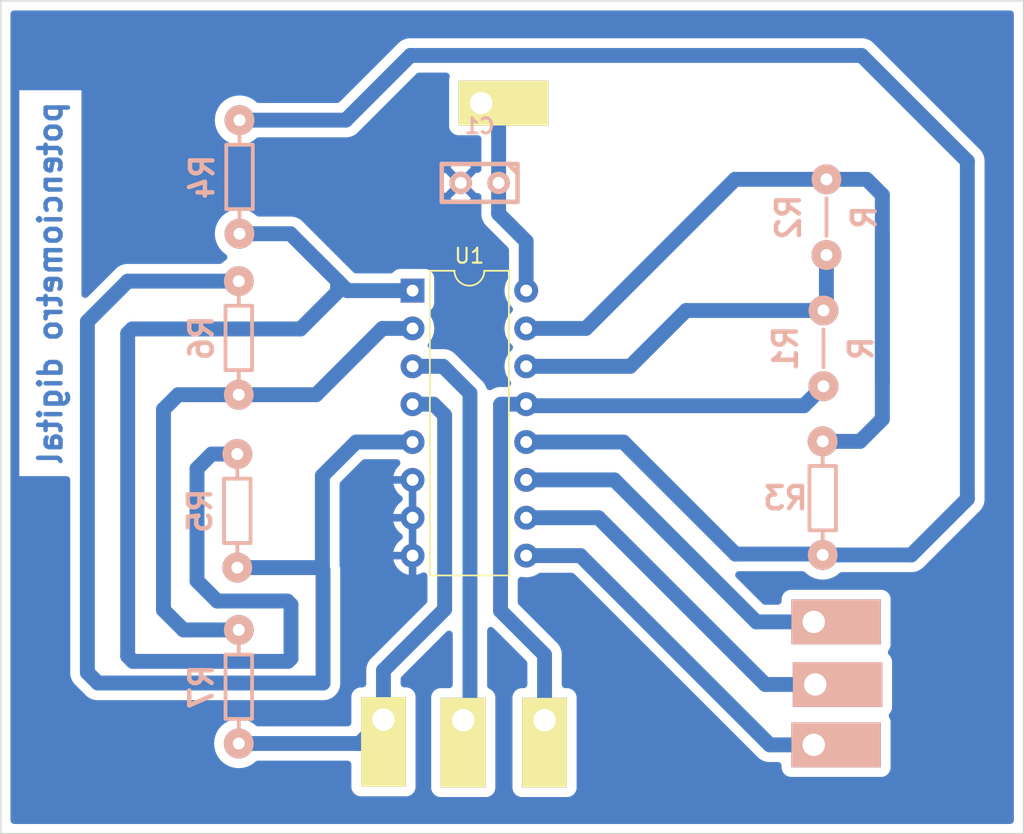
<source format=kicad_pcb>
(kicad_pcb (version 20211014) (generator pcbnew)
  (layers (0 "F.Cu" signal) (31 "B.Cu" signal) (34 "B.Paste" user) (35 "F.Paste" user) (36 "B.SilkS" user "B.Silkscreen") (37 "F.SilkS" user "F.Silkscreen") (38 "B.Mask" user) (39 "F.Mask" user) (44 "Edge.Cuts" user))
  (net 0 "")
  (net 1 "Net-(C1-Pad1)")
  (net 2 "GND")
  (net 3 "Net-(J1-Pad1)")
  (net 4 "Net-(J2-Pad1)")
  (net 5 "Net-(J3-Pad1)")
  (net 6 "Net-(J4-Pad1)")
  (net 7 "Net-(J5-Pad1)")
  (net 8 "Net-(J6-Pad1)")
  (net 9 "Net-(R1-Pad2)")
  (net 10 "Net-(R2-Pad2)")
  (net 11 "Net-(R3-Pad2)")
  (net 12 "Net-(R4-Pad2)")
  (net 13 "Net-(R5-Pad2)")
  (net 14 "Net-(R6-Pad2)")
  (footprint "EESTN5:Cable_1,5mm" (layer "F.Cu") (at 161.75 50.05 90)
    (fp_text reference "J7" hide)
    (fp_text value "Cable_PAD" hide)
    (pad "1" thru_hole rect locked (at 0 0 90) (size 3 6) (drill 1.5 (offset 0 1.5)) (layers *.Cu "F.SilkS") (net 1 "Net-(C1-Pad1)"))
  )
  (footprint "EESTN5:Cable_1,5mm" (layer "F.Cu") (at 166 91.45)
    (fp_text reference "J2" hide)
    (fp_text value "Cable_PAD" hide)
    (pad "1" thru_hole rect locked (at 0 0) (size 3 6) (drill 1.5 (offset 0 1.5)) (layers *.Cu "F.SilkS") (net 4 "Net-(J2-Pad1)"))
  )
  (footprint "EESTN5:Cable_1,5mm" (layer "F.Cu") (at 155.2 91.4)
    (fp_text reference "J1" hide)
    (fp_text value "Cable_PAD" hide)
    (pad "1" thru_hole rect locked (at 0 0) (size 3 6) (drill 1.5 (offset 0 1.5)) (layers *.Cu "F.SilkS") (net 3 "Net-(J1-Pad1)"))
  )
  (footprint "Package_DIP:DIP-16_W7.62mm" (layer "F.Cu") (at 157.15 62.625)
    (fp_text reference "U1" (at 3.81 -2.33) (layer "F.SilkS"))
    (fp_text value "CD4051B")
    (fp_line (start 1.16 -1.33) (end 1.16 19.11) (layer "F.SilkS") (width 0.12))
    (fp_line (start 1.16 19.11) (end 6.46 19.11) (layer "F.SilkS") (width 0.12))
    (fp_line (start 6.46 -1.33) (end 4.81 -1.33) (layer "F.SilkS") (width 0.12))
    (fp_line (start 6.46 19.11) (end 6.46 -1.33) (layer "F.SilkS") (width 0.12))
    (fp_line (start 2.81 -1.33) (end 1.16 -1.33) (layer "F.SilkS") (width 0.12))
    (fp_arc (start 4.81 -1.33) (mid 3.81 -0.33) (end 2.81 -1.33) (layer "F.SilkS") (width 0.12))
    (pad "1" thru_hole rect (at 0 0) (size 1.6 1.6) (drill 0.8) (layers *.Cu *.Mask) (net 12 "Net-(R4-Pad2)"))
    (pad "2" thru_hole oval (at 0 2.54) (size 1.6 1.6) (drill 0.8) (layers *.Cu *.Mask) (net 14 "Net-(R6-Pad2)"))
    (pad "3" thru_hole oval (at 0 5.08) (size 1.6 1.6) (drill 0.8) (layers *.Cu *.Mask) (net 5 "Net-(J3-Pad1)"))
    (pad "4" thru_hole oval (at 0 7.62) (size 1.6 1.6) (drill 0.8) (layers *.Cu *.Mask) (net 3 "Net-(J1-Pad1)"))
    (pad "5" thru_hole oval (at 0 10.16) (size 1.6 1.6) (drill 0.8) (layers *.Cu *.Mask) (net 13 "Net-(R5-Pad2)"))
    (pad "6" thru_hole oval (at 0 12.7) (size 1.6 1.6) (drill 0.8) (layers *.Cu *.Mask) (net 2 "GND"))
    (pad "7" thru_hole oval (at 0 15.24) (size 1.6 1.6) (drill 0.8) (layers *.Cu *.Mask) (net 2 "GND"))
    (pad "8" thru_hole oval (at 0 17.78) (size 1.6 1.6) (drill 0.8) (layers *.Cu *.Mask) (net 2 "GND"))
    (pad "9" thru_hole oval (at 7.62 17.78) (size 1.6 1.6) (drill 0.8) (layers *.Cu *.Mask) (net 8 "Net-(J6-Pad1)"))
    (pad "10" thru_hole oval (at 7.62 15.24) (size 1.6 1.6) (drill 0.8) (layers *.Cu *.Mask) (net 6 "Net-(J4-Pad1)"))
    (pad "11" thru_hole oval (at 7.62 12.7) (size 1.6 1.6) (drill 0.8) (layers *.Cu *.Mask) (net 7 "Net-(J5-Pad1)"))
    (pad "12" thru_hole oval (at 7.62 10.16) (size 1.6 1.6) (drill 0.8) (layers *.Cu *.Mask) (net 11 "Net-(R3-Pad2)"))
    (pad "13" thru_hole oval (at 7.62 7.62) (size 1.6 1.6) (drill 0.8) (layers *.Cu *.Mask) (net 4 "Net-(J2-Pad1)"))
    (pad "14" thru_hole oval (at 7.62 5.08) (size 1.6 1.6) (drill 0.8) (layers *.Cu *.Mask) (net 9 "Net-(R1-Pad2)"))
    (pad "15" thru_hole oval (at 7.62 2.54) (size 1.6 1.6) (drill 0.8) (layers *.Cu *.Mask) (net 10 "Net-(R2-Pad2)"))
    (pad "16" thru_hole oval (at 7.62 0) (size 1.6 1.6) (drill 0.8) (layers *.Cu *.Mask) (net 1 "Net-(C1-Pad1)"))
  )
  (footprint "EESTN5:Cable_1,5mm" (layer "F.Cu") (at 160.55 91.45)
    (fp_text reference "J3" hide)
    (fp_text value "Cable_PAD" hide)
    (pad "1" thru_hole rect locked (at 0 0) (size 3 6) (drill 1.5 (offset 0 1.5)) (layers *.Cu "F.SilkS") (net 5 "Net-(J3-Pad1)"))
  )
  (footprint "EESTN5:RES0.3" (layer "B.Cu") (at 145.4 77.4 -90)
    (fp_text reference "R5" (at 0 2.5 90) (layer "B.SilkS") (effects (font (size 1.5 1.5) (thickness 0.3)) (justify mirror)))
    (fp_text value "R" hide)
    (fp_line (start 2.159 0) (end 3.81 0) (layer "B.SilkS") (width 0.254))
    (fp_line (start -2.159 0) (end -3.81 0) (layer "B.SilkS") (width 0.254))
    (fp_line (start 2.159 0.889) (end -2.159 0.889) (layer "B.SilkS") (width 0.254))
    (fp_line (start 2.159 -0.889) (end 2.159 0.889) (layer "B.SilkS") (width 0.254))
    (fp_line (start -2.159 0.889) (end -2.159 -0.889) (layer "B.SilkS") (width 0.254))
    (fp_line (start -2.159 -0.889) (end 2.159 -0.889) (layer "B.SilkS") (width 0.254))
    (pad "1" thru_hole circle locked (at -3.81 0 270) (size 1.99898 1.99898) (drill 0.8001) (layers *.Cu *.Mask "B.SilkS") (net 12 "Net-(R4-Pad2)"))
    (pad "2" thru_hole circle locked (at 3.81 0 270) (size 1.99898 1.99898) (drill 0.8001) (layers *.Cu *.Mask "B.SilkS") (net 13 "Net-(R5-Pad2)"))
  )
  (footprint "EESTN5:RES0.3" (layer "B.Cu") (at 145.5 89.2 -90)
    (fp_text reference "R7" (at 0 2.5 90) (layer "B.SilkS") (effects (font (size 1.5 1.5) (thickness 0.3)) (justify mirror)))
    (fp_text value "R" hide)
    (fp_line (start -2.159 -0.889) (end 2.159 -0.889) (layer "B.SilkS") (width 0.254))
    (fp_line (start -2.159 0) (end -3.81 0) (layer "B.SilkS") (width 0.254))
    (fp_line (start 2.159 -0.889) (end 2.159 0.889) (layer "B.SilkS") (width 0.254))
    (fp_line (start -2.159 0.889) (end -2.159 -0.889) (layer "B.SilkS") (width 0.254))
    (fp_line (start 2.159 0) (end 3.81 0) (layer "B.SilkS") (width 0.254))
    (fp_line (start 2.159 0.889) (end -2.159 0.889) (layer "B.SilkS") (width 0.254))
    (pad "1" thru_hole circle locked (at -3.81 0 270) (size 1.99898 1.99898) (drill 0.8001) (layers *.Cu *.Mask "B.SilkS") (net 14 "Net-(R6-Pad2)"))
    (pad "2" thru_hole circle locked (at 3.81 0 270) (size 1.99898 1.99898) (drill 0.8001) (layers *.Cu *.Mask "B.SilkS") (net 3 "Net-(J1-Pad1)"))
  )
  (footprint "EESTN5:RES0.3" (layer "B.Cu") (at 184.65 76.55 -90)
    (fp_text reference "R3" (at 0 2.5) (layer "B.SilkS") (effects (font (size 1.5 1.5) (thickness 0.3)) (justify mirror)))
    (fp_text value "R" hide)
    (fp_line (start -2.159 0) (end -3.81 0) (layer "B.SilkS") (width 0.254))
    (fp_line (start 2.159 0) (end 3.81 0) (layer "B.SilkS") (width 0.254))
    (fp_line (start 2.159 -0.889) (end 2.159 0.889) (layer "B.SilkS") (width 0.254))
    (fp_line (start -2.159 0.889) (end -2.159 -0.889) (layer "B.SilkS") (width 0.254))
    (fp_line (start 2.159 0.889) (end -2.159 0.889) (layer "B.SilkS") (width 0.254))
    (fp_line (start -2.159 -0.889) (end 2.159 -0.889) (layer "B.SilkS") (width 0.254))
    (pad "1" thru_hole circle locked (at -3.81 0 270) (size 1.99898 1.99898) (drill 0.8001) (layers *.Cu *.Mask "B.SilkS") (net 10 "Net-(R2-Pad2)"))
    (pad "2" thru_hole circle locked (at 3.81 0 270) (size 1.99898 1.99898) (drill 0.8001) (layers *.Cu *.Mask "B.SilkS") (net 11 "Net-(R3-Pad2)"))
  )
  (footprint "EESTN5:RES0.2" (layer "B.Cu") (at 184.9 57.7 90)
    (fp_text reference "R2" (at 0 -2.54 90) (layer "B.SilkS") (effects (font (size 1.524 1.524) (thickness 0.3048)) (justify mirror)))
    (fp_text value "R" (at 0 2.54 90) (layer "B.SilkS") (effects (font (size 1.524 1.524) (thickness 0.3048)) (justify mirror)))
    (fp_line (start -1.27 0) (end 1.27 0) (layer "B.SilkS") (width 0.254))
    (fp_circle (center -2.54 0) (end -2.159 0) (layer "B.SilkS") (width 0.3048) (fill none))
    (pad "1" thru_hole circle locked (at -2.54 0 90) (size 1.99898 1.99898) (drill 0.8001) (layers *.Cu *.Mask "B.SilkS") (net 9 "Net-(R1-Pad2)"))
    (pad "2" thru_hole circle locked (at 2.54 0 90) (size 1.99898 1.99898) (drill 0.8001) (layers *.Cu *.Mask "B.SilkS") (net 10 "Net-(R2-Pad2)"))
  )
  (footprint "EESTN5:RES0.3" (layer "B.Cu") (at 145.5 65.8 -90)
    (fp_text reference "R6" (at 0 2.5 90) (layer "B.SilkS") (effects (font (size 1.5 1.5) (thickness 0.3)) (justify mirror)))
    (fp_text value "R" hide)
    (fp_line (start -2.159 0.889) (end -2.159 -0.889) (layer "B.SilkS") (width 0.254))
    (fp_line (start -2.159 -0.889) (end 2.159 -0.889) (layer "B.SilkS") (width 0.254))
    (fp_line (start 2.159 0) (end 3.81 0) (layer "B.SilkS") (width 0.254))
    (fp_line (start 2.159 0.889) (end -2.159 0.889) (layer "B.SilkS") (width 0.254))
    (fp_line (start -2.159 0) (end -3.81 0) (layer "B.SilkS") (width 0.254))
    (fp_line (start 2.159 -0.889) (end 2.159 0.889) (layer "B.SilkS") (width 0.254))
    (pad "1" thru_hole circle locked (at -3.81 0 270) (size 1.99898 1.99898) (drill 0.8001) (layers *.Cu *.Mask "B.SilkS") (net 13 "Net-(R5-Pad2)"))
    (pad "2" thru_hole circle locked (at 3.81 0 270) (size 1.99898 1.99898) (drill 0.8001) (layers *.Cu *.Mask "B.SilkS") (net 14 "Net-(R6-Pad2)"))
  )
  (footprint "EESTN5:RES0.3" (layer "B.Cu") (at 145.55 55 -90)
    (fp_text reference "R4" (at 0 2.5 90) (layer "B.SilkS") (effects (font (size 1.5 1.5) (thickness 0.3)) (justify mirror)))
    (fp_text value "R" hide)
    (fp_line (start 2.159 0.889) (end -2.159 0.889) (layer "B.SilkS") (width 0.254))
    (fp_line (start -2.159 0) (end -3.81 0) (layer "B.SilkS") (width 0.254))
    (fp_line (start -2.159 0.889) (end -2.159 -0.889) (layer "B.SilkS") (width 0.254))
    (fp_line (start 2.159 -0.889) (end 2.159 0.889) (layer "B.SilkS") (width 0.254))
    (fp_line (start -2.159 -0.889) (end 2.159 -0.889) (layer "B.SilkS") (width 0.254))
    (fp_line (start 2.159 0) (end 3.81 0) (layer "B.SilkS") (width 0.254))
    (pad "1" thru_hole circle locked (at -3.81 0 270) (size 1.99898 1.99898) (drill 0.8001) (layers *.Cu *.Mask "B.SilkS") (net 11 "Net-(R3-Pad2)"))
    (pad "2" thru_hole circle locked (at 3.81 0 270) (size 1.99898 1.99898) (drill 0.8001) (layers *.Cu *.Mask "B.SilkS") (net 12 "Net-(R4-Pad2)"))
  )
  (footprint "EESTN5:CAP_0.1" (layer "B.Cu") (at 161.65 55.4 180)
    (fp_text reference "C1" (at 0 3.81) (layer "B.SilkS") (effects (font (size 1.016 1.016) (thickness 0.2032)) (justify mirror)))
    (fp_text value "C" hide)
    (fp_line (start -2.4892 1.27) (end 2.54 1.27) (layer "B.SilkS") (width 0.3048))
    (fp_line (start -2.54 0.635) (end -1.905 1.27) (layer "B.SilkS") (width 0.3048))
    (fp_line (start 2.54 -1.27) (end -2.54 -1.27) (layer "B.SilkS") (width 0.3048))
    (fp_line (start -2.54 -1.27) (end -2.54 1.27) (layer "B.SilkS") (width 0.3048))
    (fp_line (start 2.54 1.27) (end 2.54 -1.27) (layer "B.SilkS") (width 0.3048))
    (pad "1" thru_hole circle locked (at -1.27 0 180) (size 1.50114 1.50114) (drill 0.8001) (layers *.Cu *.Mask "B.SilkS") (net 1 "Net-(C1-Pad1)"))
    (pad "2" thru_hole circle locked (at 1.27 0 180) (size 1.50114 1.50114) (drill 0.8001) (layers *.Cu *.Mask "B.SilkS") (net 2 "GND"))
  )
  (footprint "EESTN5:RES0.2" (layer "B.Cu") (at 184.7 66.5 90)
    (fp_text reference "R1" (at 0 -2.54 90) (layer "B.SilkS") (effects (font (size 1.524 1.524) (thickness 0.3048)) (justify mirror)))
    (fp_text value "R" (at 0 2.54 90) (layer "B.SilkS") (effects (font (size 1.524 1.524) (thickness 0.3048)) (justify mirror)))
    (fp_line (start -1.27 0) (end 1.27 0) (layer "B.SilkS") (width 0.254))
    (fp_circle (center -2.54 0) (end -2.159 0) (layer "B.SilkS") (width 0.3048) (fill none))
    (pad "1" thru_hole circle locked (at -2.54 0 90) (size 1.99898 1.99898) (drill 0.8001) (layers *.Cu *.Mask "B.SilkS") (net 4 "Net-(J2-Pad1)"))
    (pad "2" thru_hole circle locked (at 2.54 0 90) (size 1.99898 1.99898) (drill 0.8001) (layers *.Cu *.Mask "B.SilkS") (net 9 "Net-(R1-Pad2)"))
  )
  (footprint "EESTN5:Cable_1,5mm" (layer "B.Cu") (at 184.05 93.1 -90)
    (fp_text reference "J6" hide)
    (fp_text value "Cable_PAD" hide)
    (pad "1" thru_hole rect locked (at 0 0 270) (size 3 6) (drill 1.5 (offset 0 -1.5)) (layers *.Cu "B.SilkS") (net 8 "Net-(J6-Pad1)"))
  )
  (footprint "EESTN5:Cable_1,5mm" (layer "B.Cu") (at 184.05 84.85 -90)
    (fp_text reference "J5" hide)
    (fp_text value "Cable_PAD" hide)
    (pad "1" thru_hole rect locked (at 0 0 270) (size 3 6) (drill 1.5 (offset 0 -1.5)) (layers *.Cu "B.SilkS") (net 7 "Net-(J5-Pad1)"))
  )
  (footprint "EESTN5:Cable_1,5mm" (layer "B.Cu") (at 184.15 89.05 -90)
    (fp_text reference "J4" hide)
    (fp_text value "Cable_PAD" hide)
    (pad "1" thru_hole rect locked (at 0 0 270) (size 3 6) (drill 1.5 (offset 0 -1.5)) (layers *.Cu "B.SilkS") (net 6 "Net-(J4-Pad1)"))
  )
  (gr_line (start 198.12 99.06) (end 132.08 99.06) (layer "Edge.Cuts") (width 0.1))
  (gr_line (start 132.08 99.06) (end 129.54 99.06) (layer "Edge.Cuts") (width 0.1))
  (gr_line (start 198.12 43.18) (end 198.12 99.06) (layer "Edge.Cuts") (width 0.1))
  (gr_line (start 129.54 43.18) (end 198.12 43.18) (layer "Edge.Cuts") (width 0.1))
  (gr_line (start 129.54 99.06) (end 129.54 43.18) (layer "Edge.Cuts") (width 0.1))
  (gr_text "potenciometro digital" (at 132.8674 62.1284 90) (layer "B.Cu") (effects (font (size 1.5 1.5) (thickness 0.3)) (justify mirror)))
  (segment (start 164.77 59.32) (end 164.77 62.625) (width 1) (layer "B.Cu") (net 1))
  (segment (start 162.92 55.4) (end 162.92 57.47) (width 1) (layer "B.Cu") (net 1))
  (segment (start 162.92 51.22) (end 162.92 55.4) (width 1) (layer "B.Cu") (net 1))
  (segment (start 161.75 50.05) (end 162.92 51.22) (width 1) (layer "B.Cu") (net 1))
  (segment (start 162.92 57.47) (end 164.77 59.32) (width 1) (layer "B.Cu") (net 1))
  (segment (start 158.5608 70.245) (end 157.15 70.245) (width 1) (layer "B.Cu") (net 3))
  (segment (start 153.59 93.01) (end 155.2 91.4) (width 1) (layer "B.Cu") (net 3))
  (segment (start 159.3 84.0066) (end 159.3 70.9842) (width 1) (layer "B.Cu") (net 3))
  (segment (start 155.2 88.1066) (end 159.3 84.0066) (width 1) (layer "B.Cu") (net 3))
  (segment (start 145.5 93.01) (end 153.59 93.01) (width 1) (layer "B.Cu") (net 3))
  (segment (start 159.3 70.9842) (end 158.5608 70.245) (width 1) (layer "B.Cu") (net 3))
  (segment (start 155.2 91.4) (end 155.2 88.1066) (width 1) (layer "B.Cu") (net 3))
  (segment (start 164.875 70.35) (end 164.77 70.245) (width 1) (layer "B.Cu") (net 4))
  (segment (start 184.7 69.04) (end 183.39 70.35) (width 1) (layer "B.Cu") (net 4))
  (segment (start 163.05 70.2744) (end 163.0794 70.245) (width 1) (layer "B.Cu") (net 4))
  (segment (start 166 87.0568) (end 163.05 84.1068) (width 1) (layer "B.Cu") (net 4))
  (segment (start 166 91.45) (end 166 87.0568) (width 1) (layer "B.Cu") (net 4))
  (segment (start 163.0794 70.245) (end 164.77 70.245) (width 1) (layer "B.Cu") (net 4))
  (segment (start 183.39 70.35) (end 164.875 70.35) (width 1) (layer "B.Cu") (net 4))
  (segment (start 163.05 84.1068) (end 163.05 70.2744) (width 1) (layer "B.Cu") (net 4))
  (segment (start 161 91) (end 161 69.5092) (width 1) (layer "B.Cu") (net 5))
  (segment (start 161 69.5092) (end 159.1958 67.705) (width 1) (layer "B.Cu") (net 5))
  (segment (start 160.55 91.45) (end 161 91) (width 1) (layer "B.Cu") (net 5))
  (segment (start 159.1958 67.705) (end 157.15 67.705) (width 1) (layer "B.Cu") (net 5))
  (segment (start 180.8 89.05) (end 184.15 89.05) (width 1) (layer "B.Cu") (net 6))
  (segment (start 169.615 77.865) (end 180.8 89.05) (width 1) (layer "B.Cu") (net 6))
  (segment (start 164.77 77.865) (end 169.615 77.865) (width 1) (layer "B.Cu") (net 6))
  (segment (start 170.675 75.325) (end 180.2 84.85) (width 1) (layer "B.Cu") (net 7))
  (segment (start 180.2 84.85) (end 184.05 84.85) (width 1) (layer "B.Cu") (net 7))
  (segment (start 164.77 75.325) (end 170.675 75.325) (width 1) (layer "B.Cu") (net 7))
  (segment (start 168.405 80.405) (end 181.1 93.1) (width 1) (layer "B.Cu") (net 8))
  (segment (start 181.1 93.1) (end 184.05 93.1) (width 1) (layer "B.Cu") (net 8))
  (segment (start 164.77 80.405) (end 168.405 80.405) (width 1) (layer "B.Cu") (net 8))
  (segment (start 184.7 63.96) (end 175.49 63.96) (width 1) (layer "B.Cu") (net 9))
  (segment (start 171.745 67.705) (end 164.77 67.705) (width 1) (layer "B.Cu") (net 9))
  (segment (start 184.9 60.24) (end 184.9 63.76) (width 1) (layer "B.Cu") (net 9))
  (segment (start 175.49 63.96) (end 171.745 67.705) (width 1) (layer "B.Cu") (net 9))
  (segment (start 184.9 63.76) (end 184.7 63.96) (width 1) (layer "B.Cu") (net 9))
  (segment (start 178.774 55.16) (end 168.769 65.165) (width 1) (layer "B.Cu") (net 10))
  (segment (start 168.769 65.165) (end 164.77 65.165) (width 1) (layer "B.Cu") (net 10))
  (segment (start 188.65 56.2144) (end 188.65 68.74) (width 1) (layer "B.Cu") (net 10))
  (segment (start 187.1528 72.74) (end 188.65 71.2428) (width 1) (layer "B.Cu") (net 10))
  (segment (start 188.65 71.2428) (end 188.65 68.74) (width 1) (layer "B.Cu") (net 10))
  (segment (start 184.9 55.16) (end 187.5956 55.16) (width 1) (layer "B.Cu") (net 10))
  (segment (start 187.5956 55.16) (end 188.65 56.2144) (width 1) (layer "B.Cu") (net 10))
  (segment (start 184.65 72.74) (end 187.1528 72.74) (width 1) (layer "B.Cu") (net 10))
  (segment (start 188.65 68.74) (end 188.65 58.85) (width 1) (layer "B.Cu") (net 10))
  (segment (start 184.9 55.16) (end 178.774 55.16) (width 1) (layer "B.Cu") (net 10))
  (segment (start 190.59 80.36) (end 184.65 80.36) (width 1) (layer "B.Cu") (net 11))
  (segment (start 171.285 72.785) (end 164.77 72.785) (width 1) (layer "B.Cu") (net 11))
  (segment (start 145.55 51.19) (end 152.6704 51.19) (width 1) (layer "B.Cu") (net 11))
  (segment (start 184.65 80.36) (end 184.59 80.3) (width 1) (layer "B.Cu") (net 11))
  (segment (start 187.25 46.85) (end 194.35 53.95) (width 1) (layer "B.Cu") (net 11))
  (segment (start 194.35 53.95) (end 194.35 76.6) (width 1) (layer "B.Cu") (net 11))
  (segment (start 152.6704 51.19) (end 157.0104 46.85) (width 1) (layer "B.Cu") (net 11))
  (segment (start 184.59 80.3) (end 178.8 80.3) (width 1) (layer "B.Cu") (net 11))
  (segment (start 194.35 76.6) (end 190.59 80.36) (width 1) (layer "B.Cu") (net 11))
  (segment (start 178.8 80.3) (end 171.285 72.785) (width 1) (layer "B.Cu") (net 11))
  (segment (start 157.0104 46.85) (end 187.25 46.85) (width 1) (layer "B.Cu") (net 11))
  (segment (start 138.4 87.5) (end 138.05 87.15) (width 1) (layer "B.Cu") (net 12))
  (segment (start 149.6332 65.2) (end 152.125 62.7082) (width 1) (layer "B.Cu") (net 12))
  (segment (start 142.7 74.5716) (end 142.7 82.1) (width 1) (layer "B.Cu") (net 12))
  (segment (start 149 87.3) (end 148.8 87.5) (width 1) (layer "B.Cu") (net 12))
  (segment (start 148.8 87.5) (end 138.4 87.5) (width 1) (layer "B.Cu") (net 12))
  (segment (start 138.35 65.2) (end 149.6332 65.2) (width 1) (layer "B.Cu") (net 12))
  (segment (start 148.75 83.45) (end 149 83.7) (width 1) (layer "B.Cu") (net 12))
  (segment (start 145.55 58.81) (end 148.96 58.81) (width 1) (layer "B.Cu") (net 12))
  (segment (start 144.05 83.45) (end 148.75 83.45) (width 1) (layer "B.Cu") (net 12))
  (segment (start 152.125 61.975) (end 152.775 62.625) (width 1) (layer "B.Cu") (net 12))
  (segment (start 145.4 73.59) (end 143.6816 73.59) (width 1) (layer "B.Cu") (net 12))
  (segment (start 152.125 62.7082) (end 152.125 61.975) (width 1) (layer "B.Cu") (net 12))
  (segment (start 148.96 58.81) (end 152.125 61.975) (width 1) (layer "B.Cu") (net 12))
  (segment (start 138.05 87.15) (end 138.05 65.5) (width 1) (layer "B.Cu") (net 12))
  (segment (start 138.05 65.5) (end 138.35 65.2) (width 1) (layer "B.Cu") (net 12))
  (segment (start 149 83.7) (end 149 87.3) (width 1) (layer "B.Cu") (net 12))
  (segment (start 152.775 62.625) (end 157.15 62.625) (width 1) (layer "B.Cu") (net 12))
  (segment (start 142.7 82.1) (end 144.05 83.45) (width 1) (layer "B.Cu") (net 12))
  (segment (start 143.6816 73.59) (end 142.7 74.5716) (width 1) (layer "B.Cu") (net 12))
  (segment (start 145.5 61.99) (end 138.06 61.99) (width 1) (layer "B.Cu") (net 13))
  (segment (start 151.1046 81.0654) (end 150.96 81.21) (width 1) (layer "B.Cu") (net 13))
  (segment (start 135.35 88.25) (end 136.05 88.95) (width 1) (layer "B.Cu") (net 13))
  (segment (start 157.15 72.785) (end 153.365 72.785) (width 1) (layer "B.Cu") (net 13))
  (segment (start 151.1046 75.0454) (end 151.1046 81.0654) (width 1) (layer "B.Cu") (net 13))
  (segment (start 135.35 64.7) (end 135.35 88.25) (width 1) (layer "B.Cu") (net 13))
  (segment (start 151.15 81.4) (end 150.96 81.21) (width 1) (layer "B.Cu") (net 13))
  (segment (start 145.4 81.21) (end 150.96 81.21) (width 1) (layer "B.Cu") (net 13))
  (segment (start 138.06 61.99) (end 135.35 64.7) (width 1) (layer "B.Cu") (net 13))
  (segment (start 136.05 88.95) (end 151.15 88.95) (width 1) (layer "B.Cu") (net 13))
  (segment (start 153.365 72.785) (end 151.1046 75.0454) (width 1) (layer "B.Cu") (net 13))
  (segment (start 151.15 88.95) (end 151.15 81.4) (width 1) (layer "B.Cu") (net 13))
  (segment (start 145.5 69.61) (end 150.6842 69.61) (width 1) (layer "B.Cu") (net 14))
  (segment (start 145.5 85.39) (end 141.79 85.39) (width 1) (layer "B.Cu") (net 14))
  (segment (start 141.79 85.39) (end 140.45 84.05) (width 1) (layer "B.Cu") (net 14))
  (segment (start 155.1292 65.165) (end 157.15 65.165) (width 1) (layer "B.Cu") (net 14))
  (segment (start 150.6842 69.61) (end 155.1292 65.165) (width 1) (layer "B.Cu") (net 14))
  (segment (start 140.45 70.6) (end 141.44 69.61) (width 1) (layer "B.Cu") (net 14))
  (segment (start 140.45 84.05) (end 140.45 70.6) (width 1) (layer "B.Cu") (net 14))
  (segment (start 141.44 69.61) (end 145.5 69.61) (width 1) (layer "B.Cu") (net 14))
  (zone (net 2) (net_name "GND") (layer "B.Cu") (connect_pads (clearance 0.65)) (min_thickness 0.5) (fill yes (thermal_gap 0.508) (thermal_bridge_width 0.508))
    (polygon (pts (xy 198.12 99.06) (xy 129.54 99.06) (xy 129.54 43.18) (xy 198.12 43.18)))
  )
)
</source>
